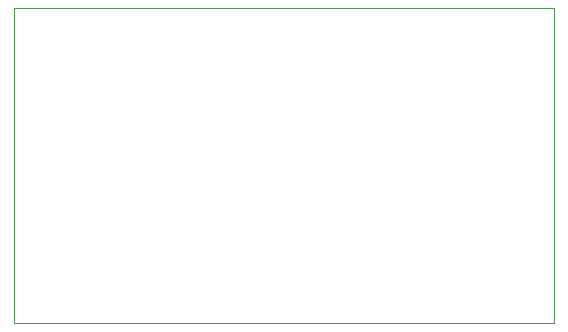
<source format=gbr>
%TF.GenerationSoftware,KiCad,Pcbnew,7.0.7*%
%TF.CreationDate,2023-11-19T15:36:35+03:00*%
%TF.ProjectId,Main_PCB_002,4d61696e-5f50-4434-925f-3030322e6b69,rev?*%
%TF.SameCoordinates,Original*%
%TF.FileFunction,Profile,NP*%
%FSLAX46Y46*%
G04 Gerber Fmt 4.6, Leading zero omitted, Abs format (unit mm)*
G04 Created by KiCad (PCBNEW 7.0.7) date 2023-11-19 15:36:35*
%MOMM*%
%LPD*%
G01*
G04 APERTURE LIST*
%TA.AperFunction,Profile*%
%ADD10C,0.100000*%
%TD*%
G04 APERTURE END LIST*
D10*
X122555000Y-122555000D02*
X168275000Y-122555000D01*
X168275000Y-122555000D02*
X168275000Y-95885000D01*
X168275000Y-95885000D02*
X122555000Y-95885000D01*
X122555000Y-95885000D02*
X122555000Y-122555000D01*
M02*

</source>
